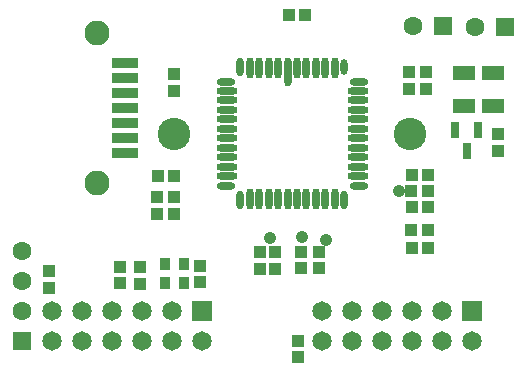
<source format=gts>
%FSLAX25Y25*%
%MOIN*%
G70*
G01*
G75*
G04 Layer_Color=8388736*
%ADD10C,0.00800*%
%ADD11O,0.01575X0.05331*%
%ADD12O,0.01575X0.06315*%
%ADD13O,0.01575X0.08874*%
%ADD14O,0.01575X0.04331*%
%ADD15O,0.05331X0.01575*%
%ADD16O,0.06315X0.01575*%
%ADD17R,0.02362X0.04724*%
%ADD18R,0.03347X0.03150*%
%ADD19R,0.03150X0.03347*%
%ADD20R,0.06890X0.03937*%
%ADD21R,0.02600X0.03300*%
%ADD22R,0.07874X0.02559*%
%ADD23C,0.00600*%
%ADD24C,0.01400*%
%ADD25C,0.02000*%
%ADD26C,0.10000*%
%ADD27C,0.05500*%
%ADD28R,0.05500X0.05500*%
%ADD29C,0.03300*%
%ADD30R,0.05500X0.05500*%
%ADD31R,0.05700X0.05700*%
%ADD32C,0.05700*%
%ADD33C,0.07480*%
%ADD34C,0.02700*%
%ADD35C,0.05000*%
%ADD36C,0.01000*%
%ADD37R,0.05000X0.02500*%
%ADD38R,0.02500X0.05000*%
%ADD39C,0.01575*%
%ADD40C,0.00984*%
%ADD41C,0.02500*%
%ADD42C,0.01969*%
%ADD43C,0.00787*%
%ADD44O,0.02375X0.06131*%
%ADD45O,0.02375X0.07115*%
%ADD46O,0.02375X0.09674*%
%ADD47O,0.02375X0.05131*%
%ADD48O,0.06131X0.02375*%
%ADD49O,0.07115X0.02375*%
%ADD50R,0.03162X0.05524*%
%ADD51R,0.04147X0.03950*%
%ADD52R,0.03950X0.04147*%
%ADD53R,0.07690X0.04737*%
%ADD54R,0.03400X0.04100*%
%ADD55R,0.08674X0.03359*%
%ADD56C,0.10800*%
%ADD57C,0.06300*%
%ADD58R,0.06300X0.06300*%
%ADD59C,0.04100*%
%ADD60R,0.06300X0.06300*%
%ADD61R,0.06500X0.06500*%
%ADD62C,0.06500*%
%ADD63C,0.08280*%
D44*
X62777Y91560D02*
D03*
X97423Y47040D02*
D03*
X62777D02*
D03*
D45*
X65927Y91068D02*
D03*
X69076D02*
D03*
X72226D02*
D03*
X75376D02*
D03*
X81675D02*
D03*
X87974D02*
D03*
X91124D02*
D03*
X94273D02*
D03*
Y47532D02*
D03*
X91124D02*
D03*
X87974D02*
D03*
X84824D02*
D03*
X81675D02*
D03*
X78525D02*
D03*
X75376D02*
D03*
X72226D02*
D03*
X69076D02*
D03*
X65927D02*
D03*
X84824Y91068D02*
D03*
D46*
X78525Y89887D02*
D03*
D47*
X97423Y91560D02*
D03*
D48*
X102360Y86623D02*
D03*
Y51977D02*
D03*
X57840D02*
D03*
Y86623D02*
D03*
D49*
X101868Y83473D02*
D03*
Y80324D02*
D03*
Y77174D02*
D03*
Y74024D02*
D03*
Y70875D02*
D03*
Y67725D02*
D03*
Y64576D02*
D03*
Y61426D02*
D03*
Y58276D02*
D03*
Y55127D02*
D03*
X58332D02*
D03*
Y58276D02*
D03*
Y61426D02*
D03*
Y64576D02*
D03*
Y67725D02*
D03*
Y70875D02*
D03*
Y74024D02*
D03*
Y77174D02*
D03*
Y80324D02*
D03*
Y83473D02*
D03*
D50*
X138200Y63557D02*
D03*
X134460Y70643D02*
D03*
X141940D02*
D03*
D51*
X148600Y69056D02*
D03*
Y63544D02*
D03*
X29300Y24656D02*
D03*
Y19144D02*
D03*
X49396Y25206D02*
D03*
Y19694D02*
D03*
X22700Y19344D02*
D03*
Y24856D02*
D03*
X82000Y256D02*
D03*
Y-5256D02*
D03*
X-900Y17944D02*
D03*
Y23456D02*
D03*
X69400Y29656D02*
D03*
Y24144D02*
D03*
X74300Y29756D02*
D03*
Y24244D02*
D03*
X83000Y29856D02*
D03*
Y24344D02*
D03*
X89000Y29956D02*
D03*
Y24444D02*
D03*
X40700Y83644D02*
D03*
Y89156D02*
D03*
D52*
X125393Y31186D02*
D03*
X119881D02*
D03*
X125293Y37186D02*
D03*
X119781D02*
D03*
X119844Y44900D02*
D03*
X125356D02*
D03*
X119744Y50300D02*
D03*
X125256D02*
D03*
X125356Y55600D02*
D03*
X119844D02*
D03*
X124556Y89700D02*
D03*
X119044D02*
D03*
X124556Y84000D02*
D03*
X119044D02*
D03*
X84456Y108900D02*
D03*
X78944D02*
D03*
X35283Y55261D02*
D03*
X40795D02*
D03*
X40656Y42600D02*
D03*
X35144D02*
D03*
X40556Y48300D02*
D03*
X35044D02*
D03*
D53*
X137268Y89512D02*
D03*
Y78488D02*
D03*
X146869Y89512D02*
D03*
Y78488D02*
D03*
D54*
X37600Y25650D02*
D03*
X44096D02*
D03*
Y19548D02*
D03*
X37600D02*
D03*
D55*
X24300Y92900D02*
D03*
Y87900D02*
D03*
Y82900D02*
D03*
Y77900D02*
D03*
Y72900D02*
D03*
Y67900D02*
D03*
Y62900D02*
D03*
D56*
X40730Y69300D02*
D03*
X119470D02*
D03*
D57*
X-10000Y30000D02*
D03*
Y10000D02*
D03*
Y20000D02*
D03*
X120384Y105100D02*
D03*
X141000Y104800D02*
D03*
D58*
X-10000Y0D02*
D03*
D59*
X91400Y33900D02*
D03*
X115700Y50300D02*
D03*
X72700Y34600D02*
D03*
X83200Y34700D02*
D03*
D60*
X130384Y105100D02*
D03*
X151000Y104800D02*
D03*
D61*
X50000Y10000D02*
D03*
X140000D02*
D03*
D62*
X40000D02*
D03*
X30000D02*
D03*
X20000D02*
D03*
X10000D02*
D03*
X0D02*
D03*
X50000Y0D02*
D03*
X40000D02*
D03*
X30000D02*
D03*
X20000D02*
D03*
X10000D02*
D03*
X0D02*
D03*
X130000Y10000D02*
D03*
X120000D02*
D03*
X110000D02*
D03*
X100000D02*
D03*
X90000D02*
D03*
X140000Y0D02*
D03*
X130000D02*
D03*
X120000D02*
D03*
X110000D02*
D03*
X100000D02*
D03*
X90000D02*
D03*
D63*
X15009Y102900D02*
D03*
Y52900D02*
D03*
M02*

</source>
